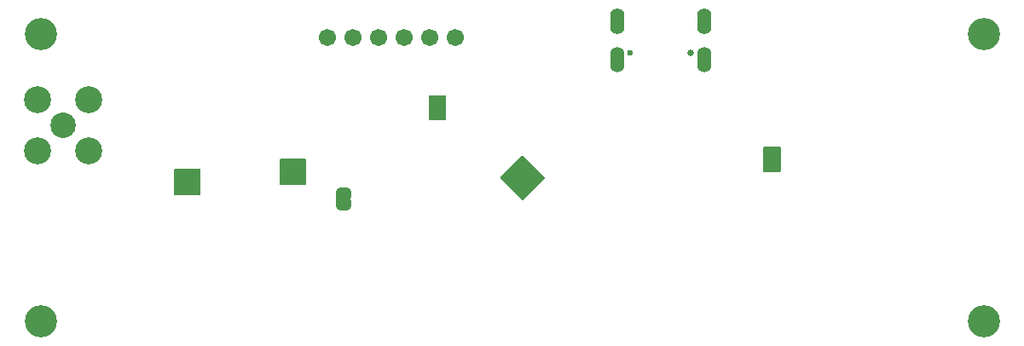
<source format=gbr>
%TF.GenerationSoftware,KiCad,Pcbnew,9.0.2+1*%
%TF.CreationDate,2025-05-31T23:41:05+01:00*%
%TF.ProjectId,OBC,4f42432e-6b69-4636-9164-5f7063625858,rev?*%
%TF.SameCoordinates,Original*%
%TF.FileFunction,Soldermask,Bot*%
%TF.FilePolarity,Negative*%
%FSLAX45Y45*%
G04 Gerber Fmt 4.5, Leading zero omitted, Abs format (unit mm)*
G04 Created by KiCad (PCBNEW 9.0.2+1) date 2025-05-31 23:41:05*
%MOMM*%
%LPD*%
G01*
G04 APERTURE LIST*
G04 Aperture macros list*
%AMFreePoly0*
4,1,23,0.500000,-0.750000,0.000000,-0.750000,0.000000,-0.745722,-0.065263,-0.745722,-0.191342,-0.711940,-0.304381,-0.646677,-0.396677,-0.554381,-0.461940,-0.441342,-0.495722,-0.315263,-0.495722,-0.250000,-0.500000,-0.250000,-0.500000,0.250000,-0.495722,0.250000,-0.495722,0.315263,-0.461940,0.441342,-0.396677,0.554381,-0.304381,0.646677,-0.191342,0.711940,-0.065263,0.745722,0.000000,0.745722,
0.000000,0.750000,0.500000,0.750000,0.500000,-0.750000,0.500000,-0.750000,$1*%
%AMFreePoly1*
4,1,23,0.000000,0.745722,0.065263,0.745722,0.191342,0.711940,0.304381,0.646677,0.396677,0.554381,0.461940,0.441342,0.495722,0.315263,0.495722,0.250000,0.500000,0.250000,0.500000,-0.250000,0.495722,-0.250000,0.495722,-0.315263,0.461940,-0.441342,0.396677,-0.554381,0.304381,-0.646677,0.191342,-0.711940,0.065263,-0.745722,0.000000,-0.745722,0.000000,-0.750000,-0.500000,-0.750000,
-0.500000,0.750000,0.000000,0.750000,0.000000,0.745722,0.000000,0.745722,$1*%
G04 Aperture macros list end*
%ADD10C,1.701800*%
%ADD11C,0.630000*%
%ADD12C,0.600000*%
%ADD13O,1.362000X2.520000*%
%ADD14O,1.404000X2.604000*%
%ADD15C,3.200000*%
%ADD16C,2.529000*%
%ADD17C,2.679000*%
%ADD18FreePoly0,90.000000*%
%ADD19FreePoly1,90.000000*%
G04 APERTURE END LIST*
%TO.C,JP1*%
G36*
X13413003Y-8655558D02*
G01*
X13263003Y-8655558D01*
X13263003Y-8625558D01*
X13413003Y-8625558D01*
X13413003Y-8655558D01*
G37*
%TD*%
D10*
%TO.C,J1*%
X14448000Y-7041000D03*
X14194000Y-7041000D03*
X13940000Y-7041000D03*
X13686000Y-7041000D03*
X13432000Y-7041000D03*
X13178000Y-7041000D03*
%TD*%
D11*
%TO.C,J6*%
X16788925Y-7187250D03*
D12*
X16188925Y-7187250D03*
D13*
X16920925Y-7259750D03*
X16056925Y-7259750D03*
D14*
X16920925Y-6877250D03*
X16056925Y-6877250D03*
%TD*%
D15*
%TO.C,H4*%
X19698000Y-9861000D03*
%TD*%
%TO.C,H1*%
X10338000Y-7001000D03*
%TD*%
%TO.C,H2*%
X19698000Y-7001000D03*
%TD*%
%TO.C,H3*%
X10338000Y-9861000D03*
%TD*%
D16*
%TO.C,J4*%
X10560000Y-7914000D03*
D17*
X10814000Y-7660000D03*
X10814000Y-8168000D03*
X10306000Y-7660000D03*
X10306000Y-8168000D03*
%TD*%
D18*
%TO.C,JP1*%
X13338003Y-8705558D03*
D19*
X13338003Y-8575558D03*
%TD*%
G36*
X11916304Y-8342968D02*
G01*
X11920879Y-8348249D01*
X11922000Y-8353400D01*
X11922000Y-8592600D01*
X11920031Y-8599304D01*
X11914751Y-8603879D01*
X11909600Y-8605000D01*
X11670400Y-8605000D01*
X11663696Y-8603032D01*
X11659121Y-8597751D01*
X11658000Y-8592600D01*
X11658000Y-8353400D01*
X11659968Y-8346696D01*
X11665249Y-8342121D01*
X11670400Y-8341000D01*
X11909600Y-8341000D01*
X11916304Y-8342968D01*
G37*
G36*
X15122333Y-8210918D02*
G01*
X15126768Y-8213768D01*
X15335232Y-8422232D01*
X15338580Y-8428364D01*
X15338082Y-8435333D01*
X15335232Y-8439768D01*
X15126768Y-8648232D01*
X15120636Y-8651580D01*
X15113667Y-8651082D01*
X15109232Y-8648232D01*
X14900768Y-8439768D01*
X14897420Y-8433636D01*
X14897918Y-8426667D01*
X14900768Y-8422232D01*
X15109232Y-8213768D01*
X15115364Y-8210420D01*
X15122333Y-8210918D01*
G37*
G36*
X12963304Y-8243968D02*
G01*
X12967879Y-8249249D01*
X12969000Y-8254400D01*
X12969000Y-8493600D01*
X12967031Y-8500304D01*
X12961751Y-8504879D01*
X12956600Y-8506000D01*
X12716400Y-8506000D01*
X12709696Y-8504032D01*
X12705121Y-8498751D01*
X12704000Y-8493600D01*
X12704000Y-8254400D01*
X12705968Y-8247696D01*
X12711249Y-8243121D01*
X12716400Y-8242000D01*
X12956600Y-8242000D01*
X12963304Y-8243968D01*
G37*
G36*
X17676304Y-8123968D02*
G01*
X17680879Y-8129249D01*
X17682000Y-8134400D01*
X17682000Y-8359600D01*
X17680032Y-8366304D01*
X17674751Y-8370879D01*
X17669600Y-8372000D01*
X17518400Y-8372000D01*
X17511696Y-8370031D01*
X17507121Y-8364751D01*
X17506000Y-8359600D01*
X17506000Y-8134400D01*
X17507969Y-8127696D01*
X17513249Y-8123121D01*
X17518400Y-8122000D01*
X17669600Y-8122000D01*
X17676304Y-8123968D01*
G37*
G36*
X14355304Y-7613968D02*
G01*
X14359879Y-7619249D01*
X14361000Y-7624400D01*
X14361000Y-7848600D01*
X14359031Y-7855304D01*
X14353751Y-7859879D01*
X14348600Y-7861000D01*
X14197400Y-7861000D01*
X14190696Y-7859031D01*
X14186121Y-7853751D01*
X14185000Y-7848600D01*
X14185000Y-7624400D01*
X14186968Y-7617696D01*
X14192249Y-7613121D01*
X14197400Y-7612000D01*
X14348600Y-7612000D01*
X14355304Y-7613968D01*
G37*
M02*

</source>
